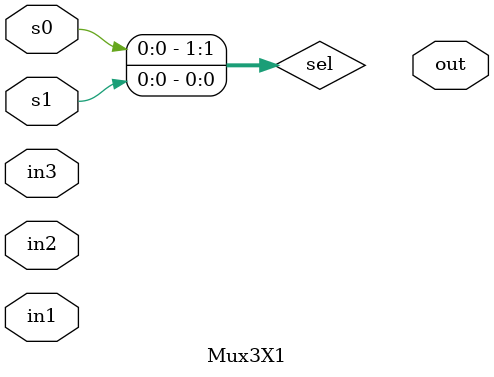
<source format=v>
module Mux3X1(in1,in2,in3,s1,s0,out);

input [31:0] in1,in2,in3;
input s1,s0;

output reg [31:0]out;
reg [1:0] sel;
//s1 is the least 
//s0 is the most




always @(*)
begin 
sel<={s0,s1};

case (sel)
2'b00: out<=in1;
2'b01: out<=in2;
2'b10: out<=in3;

endcase

end


endmodule 
</source>
